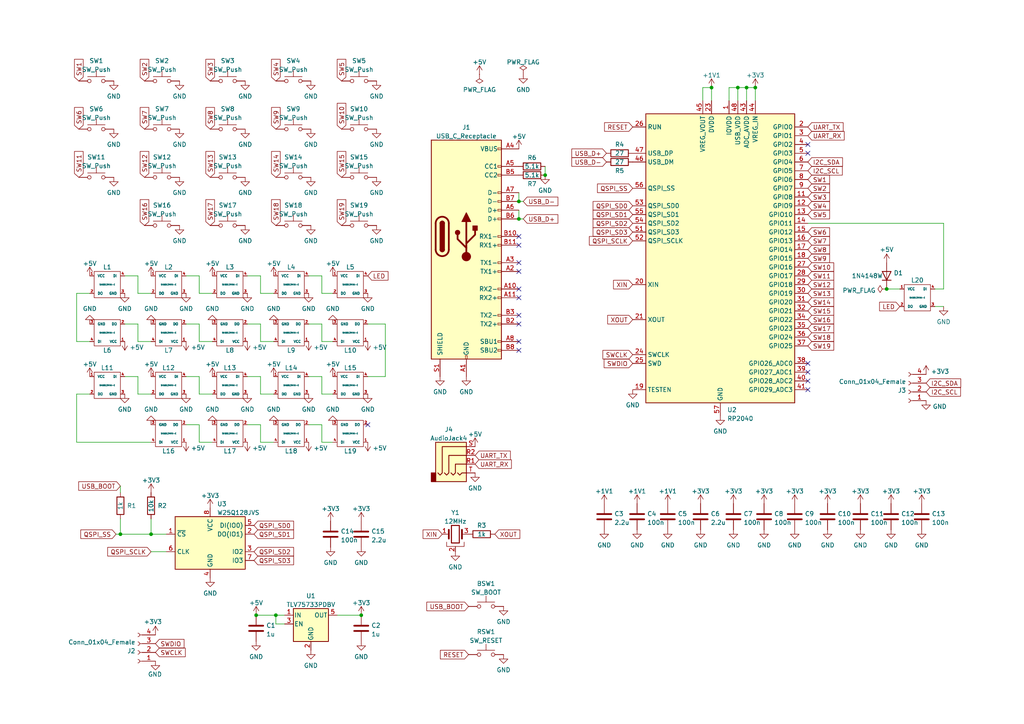
<source format=kicad_sch>
(kicad_sch (version 20211123) (generator eeschema)
  (paper "A4")
  (junction (at 206.375 25.4))
  (junction (at 158.115 50.8))
  (junction (at 150.495 63.5))
  (junction (at 216.535 25.4))
  (junction (at 34.925 154.94))
  (junction (at 43.815 154.94))
  (junction (at 150.495 58.42))
  (junction (at 257.175 83.82))
  (junction (at 219.075 25.4))
  (junction (at 74.295 178.435))
  (junction (at 104.775 178.435))
  (junction (at 213.995 25.4))
  (junction (at 80.01 178.435))
  (no_connect (at 150.495 78.74))
  (no_connect (at 234.315 41.91))
  (no_connect (at 234.315 44.45))
  (no_connect (at 150.495 99.06))
  (no_connect (at 234.315 107.95))
  (no_connect (at 150.495 76.2))
  (no_connect (at 150.495 71.12))
  (no_connect (at 150.495 101.6))
  (no_connect (at 234.315 110.49))
  (no_connect (at 106.68 123.19))
  (no_connect (at 150.495 93.98))
  (no_connect (at 234.315 105.41))
  (no_connect (at 150.495 86.36))
  (no_connect (at 150.495 91.44))
  (no_connect (at 234.315 113.03))
  (no_connect (at 150.495 83.82))
  (no_connect (at 150.495 68.58))
  (wire (pts (xy 111.76 109.22) (xy 106.68 109.22)))
  (wire (pts (xy 36.195 93.98) (xy 40.005 93.98)))
  (wire (pts (xy 75.565 85.09) (xy 79.375 85.09)))
  (wire (pts (xy 150.495 60.96) (xy 150.495 63.5)))
  (wire (pts (xy 80.01 178.435) (xy 82.55 178.435)))
  (wire (pts (xy 93.345 99.06) (xy 96.52 99.06)))
  (wire (pts (xy 53.975 80.01) (xy 57.785 80.01)))
  (wire (pts (xy 43.815 160.02) (xy 48.26 160.02)))
  (wire (pts (xy 75.565 123.19) (xy 75.565 128.27)))
  (wire (pts (xy 40.005 114.3) (xy 40.005 109.22)))
  (wire (pts (xy 26.035 114.3) (xy 22.225 114.3)))
  (wire (pts (xy 93.345 114.3) (xy 93.345 109.22)))
  (wire (pts (xy 106.68 93.98) (xy 111.76 93.98)))
  (wire (pts (xy 43.815 114.3) (xy 40.005 114.3)))
  (wire (pts (xy 22.225 99.06) (xy 26.035 99.06)))
  (wire (pts (xy 93.345 85.09) (xy 96.52 85.09)))
  (wire (pts (xy 36.195 80.01) (xy 40.005 80.01)))
  (wire (pts (xy 75.565 109.22) (xy 71.755 109.22)))
  (wire (pts (xy 40.005 80.01) (xy 40.005 85.09)))
  (wire (pts (xy 206.375 25.4) (xy 203.835 25.4)))
  (wire (pts (xy 273.685 88.9) (xy 271.145 88.9)))
  (wire (pts (xy 34.925 150.495) (xy 34.925 154.94)))
  (wire (pts (xy 75.565 80.01) (xy 75.565 85.09)))
  (wire (pts (xy 57.785 128.27) (xy 61.595 128.27)))
  (wire (pts (xy 57.785 109.22) (xy 53.975 109.22)))
  (wire (pts (xy 26.035 85.09) (xy 22.225 85.09)))
  (wire (pts (xy 40.005 93.98) (xy 40.005 99.06)))
  (wire (pts (xy 43.815 150.495) (xy 43.815 154.94)))
  (wire (pts (xy 61.595 114.3) (xy 57.785 114.3)))
  (wire (pts (xy 89.535 80.01) (xy 93.345 80.01)))
  (wire (pts (xy 89.535 123.19) (xy 93.345 123.19)))
  (wire (pts (xy 206.375 29.21) (xy 206.375 25.4)))
  (wire (pts (xy 74.295 178.435) (xy 80.01 178.435)))
  (wire (pts (xy 75.565 128.27) (xy 79.375 128.27)))
  (wire (pts (xy 213.995 25.4) (xy 216.535 25.4)))
  (wire (pts (xy 211.455 25.4) (xy 213.995 25.4)))
  (wire (pts (xy 219.075 25.4) (xy 216.535 25.4)))
  (wire (pts (xy 273.685 83.82) (xy 271.145 83.82)))
  (wire (pts (xy 57.785 123.19) (xy 57.785 128.27)))
  (wire (pts (xy 71.755 123.19) (xy 75.565 123.19)))
  (wire (pts (xy 89.535 93.98) (xy 93.345 93.98)))
  (wire (pts (xy 93.345 128.27) (xy 96.52 128.27)))
  (wire (pts (xy 82.55 180.975) (xy 80.01 180.975)))
  (wire (pts (xy 219.075 29.21) (xy 219.075 25.4)))
  (wire (pts (xy 22.225 85.09) (xy 22.225 99.06)))
  (wire (pts (xy 57.785 85.09) (xy 61.595 85.09)))
  (wire (pts (xy 75.565 99.06) (xy 79.375 99.06)))
  (wire (pts (xy 211.455 29.21) (xy 211.455 25.4)))
  (wire (pts (xy 216.535 25.4) (xy 216.535 29.21)))
  (wire (pts (xy 22.225 128.27) (xy 43.815 128.27)))
  (wire (pts (xy 33.655 154.94) (xy 34.925 154.94)))
  (wire (pts (xy 57.785 80.01) (xy 57.785 85.09)))
  (wire (pts (xy 273.685 83.82) (xy 273.685 64.77)))
  (wire (pts (xy 97.79 178.435) (xy 104.775 178.435)))
  (wire (pts (xy 150.495 58.42) (xy 151.765 58.42)))
  (wire (pts (xy 213.995 25.4) (xy 213.995 29.21)))
  (wire (pts (xy 158.115 48.26) (xy 158.115 50.8)))
  (wire (pts (xy 257.175 83.82) (xy 260.985 83.82)))
  (wire (pts (xy 43.815 154.94) (xy 48.26 154.94)))
  (wire (pts (xy 150.495 63.5) (xy 151.765 63.5)))
  (wire (pts (xy 34.925 140.97) (xy 34.925 142.875)))
  (wire (pts (xy 79.375 114.3) (xy 75.565 114.3)))
  (wire (pts (xy 203.835 25.4) (xy 203.835 29.21)))
  (wire (pts (xy 75.565 114.3) (xy 75.565 109.22)))
  (wire (pts (xy 93.345 80.01) (xy 93.345 85.09)))
  (wire (pts (xy 80.01 180.975) (xy 80.01 178.435)))
  (wire (pts (xy 75.565 93.98) (xy 75.565 99.06)))
  (wire (pts (xy 93.345 123.19) (xy 93.345 128.27)))
  (wire (pts (xy 34.925 154.94) (xy 43.815 154.94)))
  (wire (pts (xy 71.755 80.01) (xy 75.565 80.01)))
  (wire (pts (xy 53.975 123.19) (xy 57.785 123.19)))
  (wire (pts (xy 111.76 93.98) (xy 111.76 109.22)))
  (wire (pts (xy 96.52 114.3) (xy 93.345 114.3)))
  (wire (pts (xy 40.005 109.22) (xy 36.195 109.22)))
  (wire (pts (xy 40.005 99.06) (xy 43.815 99.06)))
  (wire (pts (xy 57.785 99.06) (xy 61.595 99.06)))
  (wire (pts (xy 93.345 93.98) (xy 93.345 99.06)))
  (wire (pts (xy 57.785 114.3) (xy 57.785 109.22)))
  (wire (pts (xy 53.975 93.98) (xy 57.785 93.98)))
  (wire (pts (xy 93.345 109.22) (xy 89.535 109.22)))
  (wire (pts (xy 22.225 114.3) (xy 22.225 128.27)))
  (wire (pts (xy 234.315 64.77) (xy 273.685 64.77)))
  (wire (pts (xy 150.495 55.88) (xy 150.495 58.42)))
  (wire (pts (xy 71.755 93.98) (xy 75.565 93.98)))
  (wire (pts (xy 40.005 85.09) (xy 43.815 85.09)))
  (wire (pts (xy 57.785 93.98) (xy 57.785 99.06)))
  (global_label "SW16" (shape input) (at 234.315 92.71 0) (property "シート間のリファレンス" "${INTERSHEET_REFS}" (effects hide)))
  (global_label "QSPI_SCLK" (shape input) (at 183.515 69.85 180) (property "シート間のリファレンス" "${INTERSHEET_REFS}" (effects hide)))
  (global_label "XIN" (shape input) (at 128.27 154.94 180) (property "シート間のリファレンス" "${INTERSHEET_REFS}" (effects hide)))
  (global_label "I2C_SCL" (shape input) (at 234.315 49.53 0) (property "シート間のリファレンス" "${INTERSHEET_REFS}" (effects hide)))
  (global_label "QSPI_SD2" (shape input) (at 73.66 160.02 0) (property "シート間のリファレンス" "${INTERSHEET_REFS}" (effects hide)))
  (global_label "SW13" (shape input) (at 234.315 85.09 0) (property "シート間のリファレンス" "${INTERSHEET_REFS}" (effects hide)))
  (global_label "SW1" (shape input) (at 22.86 23.495 90) (property "シート間のリファレンス" "${INTERSHEET_REFS}" (effects hide)))
  (global_label "SW13" (shape input) (at 60.96 51.435 90) (property "シート間のリファレンス" "${INTERSHEET_REFS}" (effects hide)))
  (global_label "SW6" (shape input) (at 234.315 67.31 0) (property "シート間のリファレンス" "${INTERSHEET_REFS}" (effects hide)))
  (global_label "SW1" (shape input) (at 234.315 52.07 0) (property "シート間のリファレンス" "${INTERSHEET_REFS}" (effects hide)))
  (global_label "UART_TX" (shape input) (at 234.315 36.83 0) (property "シート間のリファレンス" "${INTERSHEET_REFS}" (effects hide)))
  (global_label "SW19" (shape input) (at 234.315 100.33 0) (property "シート間のリファレンス" "${INTERSHEET_REFS}" (effects hide)))
  (global_label "QSPI_SD0" (shape input) (at 183.515 59.69 180) (property "シート間のリファレンス" "${INTERSHEET_REFS}" (effects hide)))
  (global_label "QSPI_SD2" (shape input) (at 183.515 64.77 180) (property "シート間のリファレンス" "${INTERSHEET_REFS}" (effects hide)))
  (global_label "SW7" (shape input) (at 234.315 69.85 0) (property "シート間のリファレンス" "${INTERSHEET_REFS}" (effects hide)))
  (global_label "LED" (shape input) (at 106.68 80.01 0) (property "シート間のリファレンス" "${INTERSHEET_REFS}" (effects hide)))
  (global_label "I2C_SCL" (shape input) (at 268.605 113.665 0) (property "シート間のリファレンス" "${INTERSHEET_REFS}" (effects hide)))
  (global_label "UART_RX" (shape input) (at 234.315 39.37 0) (property "シート間のリファレンス" "${INTERSHEET_REFS}" (effects hide)))
  (global_label "SWDIO" (shape input) (at 45.085 186.69 0) (property "シート間のリファレンス" "${INTERSHEET_REFS}" (effects hide)))
  (global_label "USB_D+" (shape input) (at 175.895 44.45 180) (property "シート間のリファレンス" "${INTERSHEET_REFS}" (effects hide)))
  (global_label "USB_D-" (shape input) (at 175.895 46.99 180) (property "シート間のリファレンス" "${INTERSHEET_REFS}" (effects hide)))
  (global_label "SW8" (shape input) (at 234.315 72.39 0) (property "シート間のリファレンス" "${INTERSHEET_REFS}" (effects hide)))
  (global_label "SW15" (shape input) (at 99.06 51.435 90) (property "シート間のリファレンス" "${INTERSHEET_REFS}" (effects hide)))
  (global_label "SW10" (shape input) (at 99.06 37.465 90) (property "シート間のリファレンス" "${INTERSHEET_REFS}" (effects hide)))
  (global_label "XOUT" (shape input) (at 183.515 92.71 180) (property "シート間のリファレンス" "${INTERSHEET_REFS}" (effects hide)))
  (global_label "SW11" (shape input) (at 22.86 51.435 90) (property "シート間のリファレンス" "${INTERSHEET_REFS}" (effects hide)))
  (global_label "UART_RX" (shape input) (at 137.795 134.62 0) (property "シート間のリファレンス" "${INTERSHEET_REFS}" (effects hide)))
  (global_label "XOUT" (shape input) (at 143.51 154.94 0) (property "シート間のリファレンス" "${INTERSHEET_REFS}" (effects hide)))
  (global_label "RESET" (shape input) (at 183.515 36.83 180) (property "シート間のリファレンス" "${INTERSHEET_REFS}" (effects hide)))
  (global_label "SW2" (shape input) (at 234.315 54.61 0) (property "シート間のリファレンス" "${INTERSHEET_REFS}" (effects hide)))
  (global_label "USB_BOOT" (shape input) (at 34.925 140.97 180) (property "シート間のリファレンス" "${INTERSHEET_REFS}" (effects hide)))
  (global_label "SW8" (shape input) (at 60.96 37.465 90) (property "シート間のリファレンス" "${INTERSHEET_REFS}" (effects hide)))
  (global_label "SW4" (shape input) (at 80.01 23.495 90) (property "シート間のリファレンス" "${INTERSHEET_REFS}" (effects hide)))
  (global_label "SW18" (shape input) (at 80.01 65.405 90) (property "シート間のリファレンス" "${INTERSHEET_REFS}" (effects hide)))
  (global_label "QSPI_SD3" (shape input) (at 183.515 67.31 180) (property "シート間のリファレンス" "${INTERSHEET_REFS}" (effects hide)))
  (global_label "SW14" (shape input) (at 80.01 51.435 90) (property "シート間のリファレンス" "${INTERSHEET_REFS}" (effects hide)))
  (global_label "SW2" (shape input) (at 41.91 23.495 90) (property "シート間のリファレンス" "${INTERSHEET_REFS}" (effects hide)))
  (global_label "LED" (shape input) (at 260.985 88.9 180) (property "シート間のリファレンス" "${INTERSHEET_REFS}" (effects hide)))
  (global_label "SW12" (shape input) (at 41.91 51.435 90) (property "シート間のリファレンス" "${INTERSHEET_REFS}" (effects hide)))
  (global_label "SW3" (shape input) (at 60.96 23.495 90) (property "シート間のリファレンス" "${INTERSHEET_REFS}" (effects hide)))
  (global_label "SW17" (shape input) (at 234.315 95.25 0) (property "シート間のリファレンス" "${INTERSHEET_REFS}" (effects hide)))
  (global_label "SW5" (shape input) (at 99.06 23.495 90) (property "シート間のリファレンス" "${INTERSHEET_REFS}" (effects hide)))
  (global_label "QSPI_SD1" (shape input) (at 183.515 62.23 180) (property "シート間のリファレンス" "${INTERSHEET_REFS}" (effects hide)))
  (global_label "USB_BOOT" (shape input) (at 135.89 175.895 180) (property "シート間のリファレンス" "${INTERSHEET_REFS}" (effects hide)))
  (global_label "SW9" (shape input) (at 234.315 74.93 0) (property "シート間のリファレンス" "${INTERSHEET_REFS}" (effects hide)))
  (global_label "XIN" (shape input) (at 183.515 82.55 180) (property "シート間のリファレンス" "${INTERSHEET_REFS}" (effects hide)))
  (global_label "SW17" (shape input) (at 60.96 65.405 90) (property "シート間のリファレンス" "${INTERSHEET_REFS}" (effects hide)))
  (global_label "SW7" (shape input) (at 41.91 37.465 90) (property "シート間のリファレンス" "${INTERSHEET_REFS}" (effects hide)))
  (global_label "SW12" (shape input) (at 234.315 82.55 0) (property "シート間のリファレンス" "${INTERSHEET_REFS}" (effects hide)))
  (global_label "QSPI_SD0" (shape input) (at 73.66 152.4 0) (property "シート間のリファレンス" "${INTERSHEET_REFS}" (effects hide)))
  (global_label "RESET" (shape input) (at 135.89 189.865 180) (property "シート間のリファレンス" "${INTERSHEET_REFS}" (effects hide)))
  (global_label "QSPI_SCLK" (shape input) (at 43.815 160.02 180) (property "シート間のリファレンス" "${INTERSHEET_REFS}" (effects hide)))
  (global_label "SW4" (shape input) (at 234.315 59.69 0) (property "シート間のリファレンス" "${INTERSHEET_REFS}" (effects hide)))
  (global_label "UART_TX" (shape input) (at 137.795 132.08 0) (property "シート間のリファレンス" "${INTERSHEET_REFS}" (effects hide)))
  (global_label "QSPI_SS" (shape input) (at 183.515 54.61 180) (property "シート間のリファレンス" "${INTERSHEET_REFS}" (effects hide)))
  (global_label "QSPI_SS" (shape input) (at 33.655 154.94 180) (property "シート間のリファレンス" "${INTERSHEET_REFS}" (effects hide)))
  (global_label "SW3" (shape input) (at 234.315 57.15 0) (property "シート間のリファレンス" "${INTERSHEET_REFS}" (effects hide)))
  (global_label "I2C_SDA" (shape input) (at 268.605 111.125 0) (property "シート間のリファレンス" "${INTERSHEET_REFS}" (effects hide)))
  (global_label "QSPI_SD1" (shape input) (at 73.66 154.94 0) (property "シート間のリファレンス" "${INTERSHEET_REFS}" (effects hide)))
  (global_label "SW5" (shape input) (at 234.315 62.23 0) (property "シート間のリファレンス" "${INTERSHEET_REFS}" (effects hide)))
  (global_label "SWDIO" (shape input) (at 183.515 105.41 180) (property "シート間のリファレンス" "${INTERSHEET_REFS}" (effects hide)))
  (global_label "SWCLK" (shape input) (at 45.085 189.23 0) (property "シート間のリファレンス" "${INTERSHEET_REFS}" (effects hide)))
  (global_label "SW10" (shape input) (at 234.315 77.47 0) (property "シート間のリファレンス" "${INTERSHEET_REFS}" (effects hide)))
  (global_label "I2C_SDA" (shape input) (at 234.315 46.99 0) (property "シート間のリファレンス" "${INTERSHEET_REFS}" (effects hide)))
  (global_label "USB_D+" (shape input) (at 151.765 63.5 0) (property "シート間のリファレンス" "${INTERSHEET_REFS}" (effects hide)))
  (global_label "SW16" (shape input) (at 41.91 65.405 90) (property "シート間のリファレンス" "${INTERSHEET_REFS}" (effects hide)))
  (global_label "SW11" (shape input) (at 234.315 80.01 0) (property "シート間のリファレンス" "${INTERSHEET_REFS}" (effects hide)))
  (global_label "SW18" (shape input) (at 234.315 97.79 0) (property "シート間のリファレンス" "${INTERSHEET_REFS}" (effects hide)))
  (global_label "SW14" (shape input) (at 234.315 87.63 0) (property "シート間のリファレンス" "${INTERSHEET_REFS}" (effects hide)))
  (global_label "SW6" (shape input) (at 22.86 37.465 90) (property "シート間のリファレンス" "${INTERSHEET_REFS}" (effects hide)))
  (global_label "USB_D-" (shape input) (at 151.765 58.42 0) (property "シート間のリファレンス" "${INTERSHEET_REFS}" (effects hide)))
  (global_label "SW9" (shape input) (at 80.01 37.465 90) (property "シート間のリファレンス" "${INTERSHEET_REFS}" (effects hide)))
  (global_label "QSPI_SD3" (shape input) (at 73.66 162.56 0) (property "シート間のリファレンス" "${INTERSHEET_REFS}" (effects hide)))
  (global_label "SWCLK" (shape input) (at 183.515 102.87 180) (property "シート間のリファレンス" "${INTERSHEET_REFS}" (effects hide)))
  (global_label "SW19" (shape input) (at 99.06 65.405 90) (property "シート間のリファレンス" "${INTERSHEET_REFS}" (effects hide)))
  (global_label "SW15" (shape input) (at 234.315 90.17 0) (property "シート間のリファレンス" "${INTERSHEET_REFS}" (effects hide)))
  (symbol (lib_id "power:GND") (at 71.755 85.09 0) (unit 1)
    (property "Reference" "#PWR0129" (effects hide))
    (property "Value" "GND" (at 71.755 89.5334 0))
  )
  (symbol (lib_id "Switch:SW_Push") (at 46.99 37.465 0) (unit 1)
    (property "Reference" "SW7" (at 46.99 31.6062 0))
    (property "Value" "SW_Push" (at 46.99 34.1431 0))
    (property "Footprint" "spica:MX_1.00u-reversible" (effects hide))
  )
  (symbol (lib_id "power:GND") (at 109.22 51.435 0) (unit 1)
    (property "Reference" "#PWR021" (effects hide))
    (property "Value" "GND" (at 109.22 55.8784 0))
  )
  (symbol (lib_id "Connector:Conn_01x04_Female") (at 40.005 189.23 180) (unit 1)
    (property "Reference" "J2" (at 39.2938 188.7947 0) (effects (justify left)))
    (property "Value" "Conn_01x04_Female" (at 39.2938 186.2578 0) (effects (justify left)))
    (property "Footprint" "spica:PinSocket_1x04_P2.54mm_Vertical" (effects hide))
  )
  (symbol (lib_id "power:GND") (at 203.2 153.67 0) (unit 1)
    (property "Reference" "#PWR059" (effects hide))
    (property "Value" "GND" (at 203.2 158.1134 0))
  )
  (symbol (lib_id "Device:C") (at 267.335 149.86 0) (unit 1)
    (property "Reference" "C13" (at 270.256 149.0253 0) (effects (justify left)))
    (property "Value" "100n" (at 270.256 151.5622 0) (effects (justify left)))
    (property "Footprint" "spica:C_0402_1005Metric" (effects hide))
    (property "LCSC" "C1525" (effects hide))
  )
  (symbol (lib_id "Device:C") (at 104.775 182.245 0) (unit 1)
    (property "Reference" "C2" (at 107.696 181.4103 0) (effects (justify left)))
    (property "Value" "1u" (at 107.696 183.9472 0) (effects (justify left)))
    (property "Footprint" "spica:C_0402_1005Metric" (effects hide))
    (property "LCSC" "C52923" (effects hide))
  )
  (symbol (lib_id "power:GND") (at 221.615 153.67 0) (unit 1)
    (property "Reference" "#PWR061" (effects hide))
    (property "Value" "GND" (at 221.615 158.1134 0))
  )
  (symbol (lib_id "power:GND") (at 106.68 85.09 0) (unit 1)
    (property "Reference" "#PWR0126" (effects hide))
    (property "Value" "GND" (at 106.68 89.5334 0))
  )
  (symbol (lib_id "power:GND") (at 109.22 37.465 0) (unit 1)
    (property "Reference" "#PWR016" (effects hide))
    (property "Value" "GND" (at 109.22 41.9084 0))
  )
  (symbol (lib_name "SK6812MINI-E_2") (lib_id "spica:SK6812MINI-E") (at 31.115 96.52 180) (unit 1)
    (property "Reference" "L6" (at 31.115 101.6 0) (effects (font (size 1.2954 1.2954))))
    (property "Value" "SK6812MINI-E" (at 31.115 96.52 0) (effects (font (size 0.4064 0.4064))))
    (property "Footprint" "spica:SK6812MINI-E_Rev" (effects hide))
  )
  (symbol (lib_id "Switch:SW_Push") (at 104.14 23.495 0) (unit 1)
    (property "Reference" "SW5" (at 104.14 17.6362 0))
    (property "Value" "SW_Push" (at 104.14 20.1731 0))
    (property "Footprint" "spica:MX_1.00u-reversible" (effects hide))
  )
  (symbol (lib_id "power:+3V3") (at 268.605 108.585 0) (unit 1)
    (property "Reference" "#PWR0115" (effects hide))
    (property "Value" "+3V3" (at 270.002 107.7488 0) (effects (justify left)))
  )
  (symbol (lib_id "power:GND") (at 33.02 23.495 0) (unit 1)
    (property "Reference" "#PWR01" (effects hide))
    (property "Value" "GND" (at 33.02 27.9384 0))
  )
  (symbol (lib_name "SK6812MINI-E_5") (lib_id "spica:SK6812MINI-E") (at 48.895 96.52 180) (unit 1)
    (property "Reference" "L7" (at 48.895 101.6 0) (effects (font (size 1.2954 1.2954))))
    (property "Value" "SK6812MINI-E" (at 48.895 96.52 0) (effects (font (size 0.4064 0.4064))))
    (property "Footprint" "spica:SK6812MINI-E_Rev" (effects hide))
  )
  (symbol (lib_id "Switch:SW_Push") (at 85.09 51.435 0) (unit 1)
    (property "Reference" "SW14" (at 85.09 45.5762 0))
    (property "Value" "SW_Push" (at 85.09 48.1131 0))
    (property "Footprint" "spica:MX_1.00u-reversible" (effects hide))
  )
  (symbol (lib_id "power:+5V") (at 106.68 99.06 180) (unit 1)
    (property "Reference" "#PWR037" (effects hide))
    (property "Value" "+5V" (at 108.077 100.7638 0) (effects (justify right)))
  )
  (symbol (lib_id "power:GND") (at 90.17 51.435 0) (unit 1)
    (property "Reference" "#PWR020" (effects hide))
    (property "Value" "GND" (at 90.17 55.8784 0))
  )
  (symbol (lib_id "Switch:SW_Push") (at 46.99 65.405 0) (unit 1)
    (property "Reference" "SW16" (at 46.99 59.5462 0))
    (property "Value" "SW_Push" (at 46.99 62.0831 0))
    (property "Footprint" "spica:MX_1.00u-reversible" (effects hide))
  )
  (symbol (lib_id "power:GND") (at 33.02 37.465 0) (unit 1)
    (property "Reference" "#PWR012" (effects hide))
    (property "Value" "GND" (at 33.02 41.9084 0))
  )
  (symbol (lib_id "Device:C") (at 203.2 149.86 0) (unit 1)
    (property "Reference" "C6" (at 206.121 149.0253 0) (effects (justify left)))
    (property "Value" "2.2u" (at 206.121 151.5622 0) (effects (justify left)))
    (property "Footprint" "spica:C_0402_1005Metric" (effects hide))
    (property "LCSC" "C307418" (effects hide))
  )
  (symbol (lib_id "Connector:Conn_01x04_Female") (at 263.525 113.665 180) (unit 1)
    (property "Reference" "J3" (at 262.8138 113.2297 0) (effects (justify left)))
    (property "Value" "Conn_01x04_Female" (at 262.8138 110.6928 0) (effects (justify left)))
    (property "Footprint" "spica:PinSocket_1x04_P2.54mm_Vertical" (effects hide))
  )
  (symbol (lib_id "power:GND") (at 95.885 158.75 0) (unit 1)
    (property "Reference" "#PWR075" (effects hide))
    (property "Value" "GND" (at 95.885 163.1934 0))
  )
  (symbol (lib_id "Switch:SW_Push") (at 140.97 175.895 0) (unit 1)
    (property "Reference" "BSW1" (at 140.97 169.2742 0))
    (property "Value" "SW_BOOT" (at 140.97 171.8111 0))
    (property "Footprint" "spica:SW_Push_1P1T_NO_Vertical_Wuerth_434133025816" (effects hide))
  )
  (symbol (lib_id "power:+3V3") (at 249.555 146.05 0) (unit 1)
    (property "Reference" "#PWR064" (effects hide))
    (property "Value" "+3V3" (at 249.555 142.4742 0))
  )
  (symbol (lib_id "power:+1V1") (at 193.675 146.05 0) (unit 1)
    (property "Reference" "#PWR049" (effects hide))
    (property "Value" "+1V1" (at 193.675 142.4742 0))
  )
  (symbol (lib_id "power:+5V") (at 139.065 21.59 0) (unit 1)
    (property "Reference" "#PWR0102" (effects hide))
    (property "Value" "+5V" (at 139.065 18.0142 0))
  )
  (symbol (lib_id "Device:C") (at 240.03 149.86 0) (mirror y) (unit 1)
    (property "Reference" "C10" (at 242.951 149.0253 0) (effects (justify right)))
    (property "Value" "100n" (at 242.951 151.5622 0) (effects (justify right)))
    (property "Footprint" "spica:C_0402_1005Metric" (effects hide))
    (property "LCSC" "C1525" (effects hide))
  )
  (symbol (lib_id "power:+3V3") (at 203.2 146.05 0) (unit 1)
    (property "Reference" "#PWR055" (effects hide))
    (property "Value" "+3V3" (at 203.2 142.4742 0))
  )
  (symbol (lib_id "Switch:SW_Push") (at 66.04 65.405 0) (unit 1)
    (property "Reference" "SW17" (at 66.04 59.5462 0))
    (property "Value" "SW_Push" (at 66.04 62.0831 0))
    (property "Footprint" "spica:MX_1.00u-reversible" (effects hide))
  )
  (symbol (lib_id "Regulator_Linear:TLV75733PDBV") (at 90.17 180.975 0) (unit 1)
    (property "Reference" "U1" (at 90.17 172.8302 0))
    (property "Value" "TLV75733PDBV" (at 90.17 175.3671 0))
    (property "Footprint" "spica:SOT-23-5" (effects hide))
    (property "Datasheet" "https://www.ti.com/lit/ds/symlink/tlv757p.pdf" (effects hide))
    (property "LCSC" "C485517" (effects hide))
  )
  (symbol (lib_id "power:+3V3") (at 221.615 146.05 0) (unit 1)
    (property "Reference" "#PWR057" (effects hide))
    (property "Value" "+3V3" (at 221.615 142.4742 0))
  )
  (symbol (lib_name "SK6812MINI-E_4") (lib_id "spica:SK6812MINI-E") (at 48.895 111.76 0) (unit 1)
    (property "Reference" "L12" (at 48.895 106.68 0) (effects (font (size 1.2954 1.2954))))
    (property "Value" "SK6812MINI-E" (at 48.895 111.76 0) (effects (font (size 0.4064 0.4064))))
    (property "Footprint" "spica:SK6812MINI-E_Rev" (effects hide))
  )
  (symbol (lib_name "SK6812MINI-E_9") (lib_id "spica:SK6812MINI-E") (at 84.455 82.55 0) (unit 1)
    (property "Reference" "L4" (at 84.455 77.47 0) (effects (font (size 1.2954 1.2954))))
    (property "Value" "SK6812MINI-E" (at 84.455 82.55 0) (effects (font (size 0.4064 0.4064))))
    (property "Footprint" "spica:SK6812MINI-E_Rev" (effects hide))
  )
  (symbol (lib_id "power:GND") (at 109.22 23.495 0) (unit 1)
    (property "Reference" "#PWR05" (effects hide))
    (property "Value" "GND" (at 109.22 27.9384 0))
  )
  (symbol (lib_id "power:GND") (at 45.085 191.77 0) (unit 1)
    (property "Reference" "#PWR0110" (effects hide))
    (property "Value" "GND" (at 46.99 195.58 0) (effects (justify right)))
  )
  (symbol (lib_id "Device:C") (at 175.26 149.86 0) (unit 1)
    (property "Reference" "C3" (at 178.181 149.0253 0) (effects (justify left)))
    (property "Value" "2.2u" (at 178.181 151.5622 0) (effects (justify left)))
    (property "Footprint" "spica:C_0402_1005Metric" (effects hide))
    (property "LCSC" "C307418" (effects hide))
  )
  (symbol (lib_id "Device:R") (at 34.925 146.685 0) (unit 1)
    (property "Reference" "R1" (at 36.83 146.685 0) (effects (justify left)))
    (property "Value" "1k" (at 34.925 147.955 90) (effects (justify left)))
    (property "Footprint" "spica:R_0402_1005Metric" (effects hide))
    (property "LCSC" "C11702" (effects hide))
  )
  (symbol (lib_id "power:GND") (at 127.635 109.22 0) (unit 1)
    (property "Reference" "#PWR031" (effects hide))
    (property "Value" "GND" (at 127.635 113.6634 0))
  )
  (symbol (lib_id "power:GND") (at 43.815 93.98 180) (unit 1)
    (property "Reference" "#PWR0104" (effects hide))
    (property "Value" "GND" (at 43.815 89.5366 0))
  )
  (symbol (lib_id "power:+5V") (at 96.52 80.01 0) (unit 1)
    (property "Reference" "#PWR030" (effects hide))
    (property "Value" "+5V" (at 96.52 76.4342 0))
  )
  (symbol (lib_id "power:+5V") (at 79.375 109.22 0) (unit 1)
    (property "Reference" "#PWR041" (effects hide))
    (property "Value" "+5V" (at 79.375 105.6442 0))
  )
  (symbol (lib_id "power:+5V") (at 43.815 80.01 0) (unit 1)
    (property "Reference" "#PWR027" (effects hide))
    (property "Value" "+5V" (at 43.815 76.4342 0))
  )
  (symbol (lib_id "power:GND") (at 43.815 123.19 180) (unit 1)
    (property "Reference" "#PWR0118" (effects hide))
    (property "Value" "GND" (at 43.815 118.7466 0))
  )
  (symbol (lib_id "Device:C") (at 95.885 154.94 0) (unit 1)
    (property "Reference" "C14" (at 98.806 154.1053 0) (effects (justify left)))
    (property "Value" "100n" (at 98.806 156.6422 0) (effects (justify left)))
    (property "Footprint" "spica:C_0402_1005Metric" (effects hide))
  )
  (symbol (lib_id "power:GND") (at 53.975 114.3 0) (unit 1)
    (property "Reference" "#PWR0106" (effects hide))
    (property "Value" "GND" (at 53.975 118.7434 0))
  )
  (symbol (lib_id "power:GND") (at 249.555 153.67 0) (unit 1)
    (property "Reference" "#PWR068" (effects hide))
    (property "Value" "GND" (at 249.555 158.1134 0))
  )
  (symbol (lib_id "power:+5V") (at 137.795 129.54 0) (unit 1)
    (property "Reference" "#PWR0107" (effects hide))
    (property "Value" "+5V" (at 137.795 125.9642 0))
  )
  (symbol (lib_id "power:+3V3") (at 104.775 178.435 0) (unit 1)
    (property "Reference" "#PWR07" (effects hide))
    (property "Value" "+3V3" (at 104.775 174.8592 0))
  )
  (symbol (lib_id "power:GND") (at 267.335 153.67 0) (unit 1)
    (property "Reference" "#PWR070" (effects hide))
    (property "Value" "GND" (at 267.335 158.1134 0))
  )
  (symbol (lib_id "Device:D") (at 257.175 80.01 90) (unit 1)
    (property "Reference" "D1" (at 259.207 79.1753 90) (effects (justify right)))
    (property "Value" "1N4148W" (at 247.015 80.01 90) (effects (justify right)))
    (property "Footprint" "spica:D_SOD-123" (effects hide))
    (property "LCSC" "C109203" (effects hide))
  )
  (symbol (lib_id "power:+5V") (at 36.195 99.06 180) (unit 1)
    (property "Reference" "#PWR033" (effects hide))
    (property "Value" "+5V" (at 37.592 100.7638 0) (effects (justify right)))
  )
  (symbol (lib_id "power:GND") (at 273.685 88.9 0) (unit 1)
    (property "Reference" "#PWR084" (effects hide))
    (property "Value" "GND" (at 273.685 93.3434 0))
  )
  (symbol (lib_id "Switch:SW_Push") (at 104.14 37.465 0) (unit 1)
    (property "Reference" "SW10" (at 104.14 31.6062 0))
    (property "Value" "SW_Push" (at 104.14 34.1431 0))
    (property "Footprint" "spica:MX_1.00u-reversible" (effects hide))
  )
  (symbol (lib_id "power:+5V") (at 150.495 43.18 0) (unit 1)
    (property "Reference" "#PWR0101" (effects hide))
    (property "Value" "+5V" (at 150.495 39.6042 0))
  )
  (symbol (lib_id "power:GND") (at 135.255 109.22 0) (unit 1)
    (property "Reference" "#PWR032" (effects hide))
    (property "Value" "GND" (at 135.255 113.6634 0))
  )
  (symbol (lib_id "power:GND") (at 240.03 153.67 0) (unit 1)
    (property "Reference" "#PWR067" (effects hide))
    (property "Value" "GND" (at 240.03 158.1134 0))
  )
  (symbol (lib_id "Device:C") (at 249.555 149.86 0) (unit 1)
    (property "Reference" "C11" (at 252.476 149.0253 0) (effects (justify left)))
    (property "Value" "100n" (at 252.476 151.5622 0) (effects (justify left)))
    (property "Footprint" "spica:C_0402_1005Metric" (effects hide))
    (property "LCSC" "C1525" (effects hide))
  )
  (symbol (lib_id "power:+3V3") (at 258.445 146.05 0) (unit 1)
    (property "Reference" "#PWR065" (effects hide))
    (property "Value" "+3V3" (at 258.445 142.4742 0))
  )
  (symbol (lib_id "power:GND") (at 52.07 65.405 0) (unit 1)
    (property "Reference" "#PWR022" (effects hide))
    (property "Value" "GND" (at 52.07 69.8484 0))
  )
  (symbol (lib_id "power:+5V") (at 26.035 80.01 0) (unit 1)
    (property "Reference" "#PWR026" (effects hide))
    (property "Value" "+5V" (at 26.035 76.4342 0))
  )
  (symbol (lib_id "power:+1V1") (at 184.785 146.05 0) (unit 1)
    (property "Reference" "#PWR048" (effects hide))
    (property "Value" "+1V1" (at 184.785 142.4742 0))
  )
  (symbol (lib_id "power:+3V3") (at 43.815 142.875 0) (unit 1)
    (property "Reference" "#PWR071" (effects hide))
    (property "Value" "+3V3" (at 43.815 139.2992 0))
  )
  (symbol (lib_name "SK6812MINI-E_16") (lib_id "spica:SK6812MINI-E") (at 66.675 111.76 0) (unit 1)
    (property "Reference" "L13" (at 66.675 106.68 0) (effects (font (size 1.2954 1.2954))))
    (property "Value" "SK6812MINI-E" (at 66.675 111.76 0) (effects (font (size 0.4064 0.4064))))
    (property "Footprint" "spica:SK6812MINI-E_Rev" (effects hide))
  )
  (symbol (lib_name "SK6812MINI-E_17") (lib_id "spica:SK6812MINI-E") (at 66.675 96.52 180) (unit 1)
    (property "Reference" "L8" (at 66.675 101.6 0) (effects (font (size 1.2954 1.2954))))
    (property "Value" "SK6812MINI-E" (at 66.675 96.52 0) (effects (font (size 0.4064 0.4064))))
    (property "Footprint" "spica:SK6812MINI-E_Rev" (effects hide))
  )
  (symbol (lib_id "power:GND") (at 71.12 65.405 0) (unit 1)
    (property "Reference" "#PWR023" (effects hide))
    (property "Value" "GND" (at 71.12 69.8484 0))
  )
  (symbol (lib_id "power:GND") (at 90.17 23.495 0) (unit 1)
    (property "Reference" "#PWR04" (effects hide))
    (property "Value" "GND" (at 90.17 27.9384 0))
  )
  (symbol (lib_id "power:GND") (at 52.07 23.495 0) (unit 1)
    (property "Reference" "#PWR02" (effects hide))
    (property "Value" "GND" (at 52.07 27.9384 0))
  )
  (symbol (lib_id "power:GND") (at 71.12 37.465 0) (unit 1)
    (property "Reference" "#PWR014" (effects hide))
    (property "Value" "GND" (at 71.12 41.9084 0))
  )
  (symbol (lib_id "Device:Crystal_GND2") (at 132.08 154.94 0) (unit 1)
    (property "Reference" "Y1" (at 132.08 148.6748 0))
    (property "Value" "12MHz" (at 132.08 151.2117 0))
    (property "Footprint" "spica:Resonator_SMD_Murata_CSTxExxV-3Pin_3.0x1.1mm" (effects hide))
    (property "LCSC" "C341520" (effects hide))
  )
  (symbol (lib_id "power:GND") (at 183.515 113.03 0) (unit 1)
    (property "Reference" "#PWR085" (effects hide))
    (property "Value" "GND" (at 183.515 117.4734 0))
  )
  (symbol (lib_id "power:GND") (at 268.605 116.205 0) (unit 1)
    (property "Reference" "#PWR0113" (effects hide))
    (property "Value" "GND" (at 270.51 117.9088 0) (effects (justify left)))
  )
  (symbol (lib_id "power:+3V3") (at 230.505 146.05 0) (unit 1)
    (property "Reference" "#PWR058" (effects hide))
    (property "Value" "+3V3" (at 230.505 142.4742 0))
  )
  (symbol (lib_id "Device:C") (at 212.725 149.86 0) (unit 1)
    (property "Reference" "C7" (at 215.646 149.0253 0) (effects (justify left)))
    (property "Value" "100n" (at 215.646 151.5622 0) (effects (justify left)))
    (property "Footprint" "spica:C_0402_1005Metric" (effects hide))
    (property "LCSC" "C1525" (effects hide))
  )
  (symbol (lib_id "power:+5V") (at 61.595 109.22 0) (unit 1)
    (property "Reference" "#PWR040" (effects hide))
    (property "Value" "+5V" (at 61.595 105.6442 0))
  )
  (symbol (lib_id "Connector:USB_C_Receptacle") (at 135.255 68.58 0) (unit 1)
    (property "Reference" "J1" (at 135.255 36.9402 0))
    (property "Value" "USB_C_Receptacle" (at 135.255 39.4771 0))
    (property "Footprint" "spica:USB_C_Receptacle_HRO_TYPE-C-31-M-12" (effects hide))
    (property "Datasheet" "https://www.usb.org/sites/default/files/documents/usb_type-c.zip" (effects hide))
    (property "LCSC" "C165948" (effects hide))
  )
  (symbol (lib_id "power:+3V3") (at 45.085 184.15 0) (unit 1)
    (property "Reference" "#PWR0112" (effects hide))
    (property "Value" "+3V3" (at 46.99 180.34 0) (effects (justify right)))
  )
  (symbol (lib_id "power:GND") (at 212.725 153.67 0) (unit 1)
    (property "Reference" "#PWR060" (effects hide))
    (property "Value" "GND" (at 212.725 158.1134 0))
  )
  (symbol (lib_id "power:PWR_FLAG") (at 139.065 21.59 180) (unit 1)
    (property "Reference" "#FLG0102" (effects hide))
    (property "Value" "PWR_FLAG" (at 139.065 26.0334 0))
  )
  (symbol (lib_id "power:GND") (at 89.535 114.3 0) (unit 1)
    (property "Reference" "#PWR0136" (effects hide))
    (property "Value" "GND" (at 89.535 118.7434 0))
  )
  (symbol (lib_id "power:GND") (at 74.295 186.055 0) (unit 1)
    (property "Reference" "#PWR09" (effects hide))
    (property "Value" "GND" (at 74.295 190.4984 0))
  )
  (symbol (lib_id "power:+5V") (at 61.595 80.01 0) (unit 1)
    (property "Reference" "#PWR028" (effects hide))
    (property "Value" "+5V" (at 61.595 76.4342 0))
  )
  (symbol (lib_id "Connector:AudioJack4") (at 132.715 132.08 0) (unit 1)
    (property "Reference" "J4" (at 130.175 124.5702 0))
    (property "Value" "AudioJack4" (at 130.175 127.1071 0))
    (property "Footprint" "spica:MJ-4PP-9_cross" (effects hide))
  )
  (symbol (lib_id "power:+5V") (at 79.375 80.01 0) (unit 1)
    (property "Reference" "#PWR029" (effects hide))
    (property "Value" "+5V" (at 79.375 76.4342 0))
  )
  (symbol (lib_id "Switch:SW_Push") (at 140.97 189.865 0) (unit 1)
    (property "Reference" "RSW1" (at 140.97 183.2442 0))
    (property "Value" "SW_RESET" (at 140.97 185.7811 0))
    (property "Footprint" "spica:SW_Push_1P1T_NO_Vertical_Wuerth_434133025816" (effects hide))
  )
  (symbol (lib_name "SK6812MINI-E_8") (lib_id "spica:SK6812MINI-E") (at 48.895 82.55 0) (unit 1)
    (property "Reference" "L2" (at 48.895 77.47 0) (effects (font (size 1.2954 1.2954))))
    (property "Value" "SK6812MINI-E" (at 48.895 82.55 0) (effects (font (size 0.4064 0.4064))))
    (property "Footprint" "spica:SK6812MINI-E_Rev" (effects hide))
  )
  (symbol (lib_id "Device:C") (at 258.445 149.86 0) (unit 1)
    (property "Reference" "C12" (at 261.366 149.0253 0) (effects (justify left)))
    (property "Value" "100n" (at 261.366 151.5622 0) (effects (justify left)))
    (property "Footprint" "spica:C_0402_1005Metric" (effects hide))
    (property "LCSC" "C1525" (effects hide))
  )
  (symbol (lib_id "power:+3V3") (at 267.335 146.05 0) (unit 1)
    (property "Reference" "#PWR066" (effects hide))
    (property "Value" "+3V3" (at 267.335 142.4742 0))
  )
  (symbol (lib_id "Switch:SW_Push") (at 85.09 23.495 0) (unit 1)
    (property "Reference" "SW4" (at 85.09 17.6362 0))
    (property "Value" "SW_Push" (at 85.09 20.1731 0))
    (property "Footprint" "spica:MX_1.00u-reversible" (effects hide))
  )
  (symbol (lib_id "power:GND") (at 90.17 37.465 0) (unit 1)
    (property "Reference" "#PWR015" (effects hide))
    (property "Value" "GND" (at 90.17 41.9084 0))
  )
  (symbol (lib_id "power:+1V1") (at 175.26 146.05 0) (unit 1)
    (property "Reference" "#PWR047" (effects hide))
    (property "Value" "+1V1" (at 175.26 142.4742 0))
  )
  (symbol (lib_id "Switch:SW_Push") (at 66.04 23.495 0) (unit 1)
    (property "Reference" "SW3" (at 66.04 17.6362 0))
    (property "Value" "SW_Push" (at 66.04 20.1731 0))
    (property "Footprint" "spica:MX_1.00u-reversible" (effects hide))
  )
  (symbol (lib_id "Device:R") (at 154.305 48.26 90) (unit 1)
    (property "Reference" "R6" (at 154.305 45.72 90))
    (property "Value" "5.1k" (at 154.305 48.26 90))
    (property "Footprint" "spica:R_0402_1005Metric" (effects hide))
    (property "LCSC" "C25905" (effects hide))
  )
  (symbol (lib_id "Switch:SW_Push") (at 27.94 23.495 0) (unit 1)
    (property "Reference" "SW1" (at 27.94 17.6362 0))
    (property "Value" "SW_Push" (at 27.94 20.1731 0))
    (property "Footprint" "spica:MX_1.00u-reversible" (effects hide))
  )
  (symbol (lib_id "power:GND") (at 109.22 65.405 0) (unit 1)
    (property "Reference" "#PWR025" (effects hide))
    (property "Value" "GND" (at 109.22 69.8484 0))
  )
  (symbol (lib_id "power:GND") (at 96.52 93.98 180) (unit 1)
    (property "Reference" "#PWR0135" (effects hide))
    (property "Value" "GND" (at 96.52 89.5366 0))
  )
  (symbol (lib_id "power:GND") (at 53.975 85.09 0) (unit 1)
    (property "Reference" "#PWR0132" (effects hide))
    (property "Value" "GND" (at 53.975 89.5334 0))
  )
  (symbol (lib_id "power:PWR_FLAG") (at 151.765 21.59 0) (unit 1)
    (property "Reference" "#FLG0105" (effects hide))
    (property "Value" "PWR_FLAG" (at 151.765 18.0142 0))
  )
  (symbol (lib_id "power:+5V") (at 74.295 178.435 0) (unit 1)
    (property "Reference" "#PWR086" (effects hide))
    (property "Value" "+5V" (at 74.295 174.8592 0))
  )
  (symbol (lib_name "SK6812MINI-E_13") (lib_id "spica:SK6812MINI-E") (at 101.6 111.76 0) (unit 1)
    (property "Reference" "L15" (at 101.6 106.68 0) (effects (font (size 1.2954 1.2954))))
    (property "Value" "SK6812MINI-E" (at 101.6 111.76 0) (effects (font (size 0.4064 0.4064))))
    (property "Footprint" "spica:SK6812MINI-E_Rev" (effects hide))
  )
  (symbol (lib_id "power:GND") (at 79.375 123.19 180) (unit 1)
    (property "Reference" "#PWR0114" (effects hide))
    (property "Value" "GND" (at 79.375 118.7466 0))
  )
  (symbol (lib_id "Device:C") (at 74.295 182.245 0) (unit 1)
    (property "Reference" "C1" (at 77.216 181.4103 0) (effects (justify left)))
    (property "Value" "1u" (at 77.216 183.9472 0) (effects (justify left)))
    (property "Footprint" "spica:C_0402_1005Metric" (effects hide))
    (property "LCSC" "C52923" (effects hide))
  )
  (symbol (lib_id "Memory_Flash:W25Q128JVS") (at 60.96 157.48 0) (unit 1)
    (property "Reference" "U3" (at 62.9794 146.1602 0) (effects (justify left)))
    (property "Value" "W25Q128JVS" (at 62.9794 148.6971 0) (effects (justify left)))
    (property "Footprint" "spica:WSON-8-1EP_6x5mm_P1.27mm_EP3.4x4.3mm" (effects hide))
    (property "Datasheet" "http://www.winbond.com/resource-files/w25q128jv_dtr%20revc%2003272018%20plus.pdf" (effects hide))
    (property "LCSC" "C190862" (effects hide))
  )
  (symbol (lib_id "Switch:SW_Push") (at 27.94 37.465 0) (unit 1)
    (property "Reference" "SW6" (at 27.94 31.6062 0))
    (property "Value" "SW_Push" (at 27.94 34.1431 0))
    (property "Footprint" "spica:MX_1.25u-reversible" (effects hide))
  )
  (symbol (lib_id "power:+1V1") (at 206.375 25.4 0) (unit 1)
    (property "Reference" "#PWR053" (effects hide))
    (property "Value" "+1V1" (at 206.375 21.8242 0))
  )
  (symbol (lib_id "Device:C") (at 184.785 149.86 0) (unit 1)
    (property "Reference" "C4" (at 187.706 149.0253 0) (effects (justify left)))
    (property "Value" "100n" (at 187.706 151.5622 0) (effects (justify left)))
    (property "Footprint" "spica:C_0402_1005Metric" (effects hide))
    (property "LCSC" "C1525" (effects hide))
  )
  (symbol (lib_id "power:GND") (at 137.795 137.16 0) (unit 1)
    (property "Reference" "#PWR0109" (effects hide))
    (property "Value" "GND" (at 137.795 141.6034 0))
  )
  (symbol (lib_name "SK6812MINI-E_18") (lib_id "spica:SK6812MINI-E") (at 101.6 96.52 180) (unit 1)
    (property "Reference" "L10" (at 101.6 101.6 0) (effects (font (size 1.2954 1.2954))))
    (property "Value" "SK6812MINI-E" (at 101.6 96.52 0) (effects (font (size 0.4064 0.4064))))
    (property "Footprint" "spica:SK6812MINI-E_Rev" (effects hide))
  )
  (symbol (lib_id "power:GND") (at 175.26 153.67 0) (unit 1)
    (property "Reference" "#PWR050" (effects hide))
    (property "Value" "GND" (at 175.26 158.1134 0))
  )
  (symbol (lib_id "power:+3V3") (at 240.03 146.05 0) (unit 1)
    (property "Reference" "#PWR063" (effects hide))
    (property "Value" "+3V3" (at 240.03 142.4742 0))
  )
  (symbol (lib_id "Device:C") (at 230.505 149.86 0) (unit 1)
    (property "Reference" "C9" (at 233.426 149.0253 0) (effects (justify left)))
    (property "Value" "100n" (at 233.426 151.5622 0) (effects (justify left)))
    (property "Footprint" "spica:C_0402_1005Metric" (effects hide))
    (property "LCSC" "C1525" (effects hide))
  )
  (symbol (lib_id "power:GND") (at 146.05 175.895 0) (unit 1)
    (property "Reference" "#PWR080" (effects hide))
    (property "Value" "GND" (at 146.05 180.3384 0))
  )
  (symbol (lib_id "power:+5V") (at 43.815 109.22 0) (unit 1)
    (property "Reference" "#PWR039" (effects hide))
    (property "Value" "+5V" (at 43.815 105.6442 0))
  )
  (symbol (lib_id "power:GND") (at 90.17 188.595 0) (unit 1)
    (property "Reference" "#PWR010" (effects hide))
    (property "Value" "GND" (at 90.17 193.0384 0))
  )
  (symbol (lib_id "Switch:SW_Push") (at 104.14 51.435 0) (unit 1)
    (property "Reference" "SW15" (at 104.14 45.5762 0))
    (property "Value" "SW_Push" (at 104.14 48.1131 0))
    (property "Footprint" "spica:MX_1.00u-reversible" (effects hide))
  )
  (symbol (lib_id "power:GND") (at 36.195 114.3 0) (unit 1)
    (property "Reference" "#PWR0117" (effects hide))
    (property "Value" "GND" (at 36.195 118.7434 0))
  )
  (symbol (lib_id "power:GND") (at 61.595 93.98 180) (unit 1)
    (property "Reference" "#PWR0108" (effects hide))
    (property "Value" "GND" (at 61.595 89.5366 0))
  )
  (symbol (lib_name "SK6812MINI-E_3") (lib_id "spica:SK6812MINI-E") (at 31.115 111.76 0) (unit 1)
    (property "Reference" "L11" (at 31.115 106.68 0) (effects (font (size 1.2954 1.2954))))
    (property "Value" "SK6812MINI-E" (at 31.115 111.76 0) (effects (font (size 0.4064 0.4064))))
    (property "Footprint" "spica:SK6812MINI-E_Rev" (effects hide))
  )
  (symbol (lib_id "Switch:SW_Push") (at 66.04 51.435 0) (unit 1)
    (property "Reference" "SW13" (at 66.04 45.5762 0))
    (property "Value" "SW_Push" (at 66.04 48.1131 0))
    (property "Footprint" "spica:MX_1.00u-reversible" (effects hide))
  )
  (symbol (lib_id "power:+5V") (at 53.975 128.27 180) (unit 1)
    (property "Reference" "#PWR043" (effects hide))
    (property "Value" "+5V" (at 55.372 129.9738 0) (effects (justify right)))
  )
  (symbol (lib_id "power:GND") (at 36.195 85.09 0) (unit 1)
    (property "Reference" "#PWR0123" (effects hide))
    (property "Value" "GND" (at 36.195 89.5334 0))
  )
  (symbol (lib_id "Switch:SW_Push") (at 85.09 65.405 0) (unit 1)
    (property "Reference" "SW18" (at 85.09 59.5462 0))
    (property "Value" "SW_Push" (at 85.09 62.0831 0))
    (property "Footprint" "spica:MX_1.00u-reversible" (effects hide))
  )
  (symbol (lib_id "power:+5V") (at 71.755 128.27 180) (unit 1)
    (property "Reference" "#PWR044" (effects hide))
    (property "Value" "+5V" (at 73.152 129.9738 0) (effects (justify right)))
  )
  (symbol (lib_id "power:GND") (at 90.17 65.405 0) (unit 1)
    (property "Reference" "#PWR024" (effects hide))
    (property "Value" "GND" (at 90.17 69.8484 0))
  )
  (symbol (lib_id "power:GND") (at 230.505 153.67 0) (unit 1)
    (property "Reference" "#PWR062" (effects hide))
    (property "Value" "GND" (at 230.505 158.1134 0))
  )
  (symbol (lib_id "power:GND") (at 52.07 37.465 0) (unit 1)
    (property "Reference" "#PWR013" (effects hide))
    (property "Value" "GND" (at 52.07 41.9084 0))
  )
  (symbol (lib_id "power:GND") (at 104.775 186.055 0) (unit 1)
    (property "Reference" "#PWR011" (effects hide))
    (property "Value" "GND" (at 104.775 190.4984 0))
  )
  (symbol (lib_id "Device:R") (at 179.705 44.45 90) (unit 1)
    (property "Reference" "R4" (at 179.705 41.91 90))
    (property "Value" "27" (at 179.705 44.45 90))
    (property "Footprint" "spica:R_0402_1005Metric" (effects hide))
    (property "LCSC" "C25100" (effects hide))
  )
  (symbol (lib_id "power:GND") (at 52.07 51.435 0) (unit 1)
    (property "Reference" "#PWR018" (effects hide))
    (property "Value" "GND" (at 52.07 55.8784 0))
  )
  (symbol (lib_id "power:GND") (at 61.595 123.19 180) (unit 1)
    (property "Reference" "#PWR0103" (effects hide))
    (property "Value" "GND" (at 61.595 118.7466 0))
  )
  (symbol (lib_id "power:GND") (at 71.12 51.435 0) (unit 1)
    (property "Reference" "#PWR019" (effects hide))
    (property "Value" "GND" (at 71.12 55.8784 0))
  )
  (symbol (lib_id "spica:SK6812MINI-E") (at 66.675 125.73 180) (unit 1)
    (property "Reference" "L17" (at 66.675 130.81 0) (effects (font (size 1.2954 1.2954))))
    (property "Value" "SK6812MINI-E" (at 66.675 125.73 0) (effects (font (size 0.4064 0.4064))))
    (property "Footprint" "spica:SK6812MINI-E_Rev" (effects hide))
  )
  (symbol (lib_id "power:+3V3") (at 104.775 151.13 0) (unit 1)
    (property "Reference" "#PWR074" (effects hide))
    (property "Value" "+3V3" (at 104.775 147.5542 0))
  )
  (symbol (lib_id "power:+5V") (at 89.535 128.27 180) (unit 1)
    (property "Reference" "#PWR045" (effects hide))
    (property "Value" "+5V" (at 90.932 129.9738 0) (effects (justify right)))
  )
  (symbol (lib_id "power:GND") (at 106.68 114.3 0) (unit 1)
    (property "Reference" "#PWR0137" (effects hide))
    (property "Value" "GND" (at 106.68 118.7434 0))
  )
  (symbol (lib_id "power:+5V") (at 26.035 109.22 0) (unit 1)
    (property "Reference" "#PWR038" (effects hide))
    (property "Value" "+5V" (at 26.035 105.6442 0))
  )
  (symbol (lib_id "power:+5V") (at 89.535 99.06 180) (unit 1)
    (property "Reference" "#PWR036" (effects hide))
    (property "Value" "+5V" (at 90.932 100.7638 0) (effects (justify right)))
  )
  (symbol (lib_id "power:GND") (at 184.785 153.67 0) (unit 1)
    (property "Reference" "#PWR051" (effects hide))
    (property "Value" "GND" (at 184.785 158.1134 0))
  )
  (symbol (lib_name "SK6812MINI-E_10") (lib_id "spica:SK6812MINI-E") (at 66.675 82.55 0) (unit 1)
    (property "Reference" "L3" (at 66.675 77.47 0) (effects (font (size 1.2954 1.2954))))
    (property "Value" "SK6812MINI-E" (at 66.675 82.55 0) (effects (font (size 0.4064 0.4064))))
    (property "Footprint" "spica:SK6812MINI-E_Rev" (effects hide))
  )
  (symbol (lib_name "SK6812MINI-E_7") (lib_id "spica:SK6812MINI-E") (at 31.115 82.55 0) (unit 1)
    (property "Reference" "L1" (at 31.115 77.47 0) (effects (font (size 1.2954 1.2954))))
    (property "Value" "SK6812MINI-E" (at 31.115 82.55 0) (effects (font (size 0.4064 0.4064))))
    (property "Footprint" "spica:SK6812MINI-E_Rev" (effects hide))
  )
  (symbol (lib_id "power:PWR_FLAG") (at 257.175 83.82 90) (unit 1)
    (property "Reference" "#FLG01" (effects hide))
    (property "Value" "PWR_FLAG" (at 254.0001 84.2538 90) (effects (justify left)))
  )
  (symbol (lib_id "Switch:SW_Push") (at 46.99 51.435 0) (unit 1)
    (property "Reference" "SW12" (at 46.99 45.5762 0))
    (property "Value" "SW_Push" (at 46.99 48.1131 0))
    (property "Footprint" "spica:MX_1.00u-reversible" (effects hide))
  )
  (symbol (lib_id "Switch:SW_Push") (at 46.99 23.495 0) (unit 1)
    (property "Reference" "SW2" (at 46.99 17.6362 0))
    (property "Value" "SW_Push" (at 46.99 20.1731 0))
    (property "Footprint" "spica:MX_1.00u-reversible" (effects hide))
  )
  (symbol (lib_name "SK6812MINI-E_6") (lib_id "spica:SK6812MINI-E") (at 48.895 125.73 180) (unit 1)
    (property "Reference" "L16" (at 48.895 130.81 0) (effects (font (size 1.2954 1.2954))))
    (property "Value" "SK6812MINI-E" (at 48.895 125.73 0) (effects (font (size 0.4064 0.4064))))
    (property "Footprint" "spica:SK6812MINI-E_Rev" (effects hide))
  )
  (symbol (lib_id "power:GND") (at 33.02 51.435 0) (unit 1)
    (property "Reference" "#PWR017" (effects hide))
    (property "Value" "GND" (at 33.02 55.8784 0))
  )
  (symbol (lib_id "power:GND") (at 60.96 167.64 0) (unit 1)
    (property "Reference" "#PWR077" (effects hide))
    (property "Value" "GND" (at 60.96 172.0834 0))
  )
  (symbol (lib_id "power:+5V") (at 71.755 99.06 180) (unit 1)
    (property "Reference" "#PWR035" (effects hide))
    (property "Value" "+5V" (at 73.152 100.7638 0) (effects (justify right)))
  )
  (symbol (lib_name "SK6812MINI-E_1") (lib_id "spica:SK6812MINI-E") (at 266.065 86.36 0) (unit 1)
    (property "Reference" "L20" (at 266.065 81.28 0) (effects (font (size 1.2954 1.2954))))
    (property "Value" "SK6812MINI-E" (at 266.065 86.36 0) (effects (font (size 0.4064 0.4064))))
    (property "Footprint" "spica:SK6812MINI-E_Rev" (effects hide))
  )
  (symbol (lib_id "power:+5V") (at 53.975 99.06 180) (unit 1)
    (property "Reference" "#PWR034" (effects hide))
    (property "Value" "+5V" (at 55.372 100.7638 0) (effects (justify right)))
  )
  (symbol (lib_id "power:+3V3") (at 95.885 151.13 0) (unit 1)
    (property "Reference" "#PWR073" (effects hide))
    (property "Value" "+3V3" (at 95.885 147.5542 0))
  )
  (symbol (lib_id "Device:C") (at 221.615 149.86 0) (unit 1)
    (property "Reference" "C8" (at 224.536 149.0253 0) (effects (justify left)))
    (property "Value" "100n" (at 224.536 151.5622 0) (effects (justify left)))
    (property "Footprint" "spica:C_0402_1005Metric" (effects hide))
    (property "LCSC" "C1525" (effects hide))
  )
  (symbol (lib_id "power:GND") (at 79.375 93.98 180) (unit 1)
    (property "Reference" "#PWR0134" (effects hide))
    (property "Value" "GND" (at 79.375 89.5366 0))
  )
  (symbol (lib_id "power:GND") (at 158.115 50.8 0) (unit 1)
    (property "Reference" "#PWR079" (effects hide))
    (property "Value" "GND" (at 158.115 55.2434 0))
  )
  (symbol (lib_id "power:GND") (at 96.52 123.19 180) (unit 1)
    (property "Reference" "#PWR0116" (effects hide))
    (property "Value" "GND" (at 96.52 118.7466 0))
  )
  (symbol (lib_id "power:+3V3") (at 212.725 146.05 0) (unit 1)
    (property "Reference" "#PWR056" (effects hide))
    (property "Value" "+3V3" (at 212.725 142.4742 0))
  )
  (symbol (lib_id "power:+5V") (at 106.68 128.27 180) (unit 1)
    (property "Reference" "#PWR046" (effects hide))
    (property "Value" "+5V" (at 108.077 129.9738 0) (effects (justify right)))
  )
  (symbol (lib_id "Device:R") (at 139.7 154.94 90) (unit 1)
    (property "Reference" "R3" (at 139.7 152.4 90))
    (property "Value" "1k" (at 139.7 154.94 90))
    (property "Footprint" "spica:R_0402_1005Metric" (effects hide))
    (property "LCSC" "C11702" (effects hide))
  )
  (symbol (lib_id "Switch:SW_Push") (at 104.14 65.405 0) (unit 1)
    (property "Reference" "SW19" (at 104.14 59.5462 0))
    (property "Value" "SW_Push" (at 104.14 62.0831 0))
    (property "Footprint" "spica:MX_1.00u-reversible" (effects hide))
  )
  (symbol (lib_name "SK6812MINI-E_19") (lib_id "spica:SK6812MINI-E") (at 84.455 125.73 180) (unit 1)
    (property "Reference" "L18" (at 84.455 130.81 0) (effects (font (size 1.2954 1.2954))))
    (property "Value" "SK6812MINI-E" (at 84.455 125.73 0) (effects (font (size 0.4064 0.4064))))
    (property "Footprint" "spica:SK6812MINI-E_Rev" (effects hide))
  )
  (symbol (lib_id "power:GND") (at 146.05 189.865 0) (unit 1)
    (property "Reference" "#PWR081" (effects hide))
    (property "Value" "GND" (at 146.05 194.3084 0))
  )
  (symbol (lib_id "power:GND") (at 151.765 21.59 0) (unit 1)
    (property "Reference" "#PWR0105" (effects hide))
    (property "Value" "GND" (at 151.765 26.0334 0))
  )
  (symbol (lib_id "Device:R") (at 179.705 46.99 270) (unit 1)
    (property "Reference" "R5" (at 179.705 49.53 90))
    (property "Value" "27" (at 179.705 46.99 90))
    (property "Footprint" "spica:R_0402_1005Metric" (effects hide))
    (property "LCSC" "C25100" (effects hide))
  )
  (symbol (lib_id "power:GND") (at 26.035 93.98 180) (unit 1)
    (property "Reference" "#PWR0121" (effects hide))
    (property "Value" "GND" (at 26.035 89.5366 0))
  )
  (symbol (lib_id "Switch:SW_Push") (at 66.04 37.465 0) (unit 1)
    (property "Reference" "SW8" (at 66.04 31.6062 0))
    (property "Value" "SW_Push" (at 66.04 34.1431 0))
    (property "Footprint" "spica:MX_1.00u-reversible" (effects hide))
  )
  (symbol (lib_id "MCU_RaspberryPi:RP2040") (at 208.915 74.93 0) (unit 1)
    (property "Reference" "U2" (at 210.9344 118.8704 0) (effects (justify left)))
    (property "Value" "RP2040" (at 210.9344 121.4073 0) (effects (justify left)))
    (property "Footprint" "spica:QFN-56-1EP_7x7mm_P0.4mm_EP3.2x3.2mm" (effects hide))
    (property "Datasheet" "https://datasheets.raspberrypi.com/rp2040/rp2040-datasheet.pdf" (effects hide))
    (property "LCSC" "C2040" (effects hide))
  )
  (symbol (lib_id "Device:R") (at 43.815 146.685 0) (unit 1)
    (property "Reference" "R2" (at 45.72 146.685 0) (effects (justify left)))
    (property "Value" "10k" (at 43.815 148.59 90) (effects (justify left)))
    (property "Footprint" "spica:R_0402_1005Metric" (effects hide))
    (property "LCSC" "C25744" (effects hide))
  )
  (symbol (lib_id "power:GND") (at 89.535 85.09 0) (unit 1)
    (property "Reference" "#PWR0127" (effects hide))
    (property "Value" "GND" (at 89.535 89.5334 0))
  )
  (symbol (lib_id "Device:C") (at 104.775 154.94 0) (unit 1)
    (property "Reference" "C15" (at 107.696 154.1053 0) (effects (justify left)))
    (property "Value" "2.2u" (at 107.696 156.6422 0) (effects (justify left)))
    (property "Footprint" "spica:C_0402_1005Metric" (effects hide))
    (property "LCSC" "C307418" (effects hide))
  )
  (symbol (lib_id "power:+3V3") (at 60.96 147.32 0) (unit 1)
    (property "Reference" "#PWR072" (effects hide))
    (property "Value" "+3V3" (at 60.96 143.7442 0))
  )
  (symbol (lib_id "Device:C") (at 193.675 149.86 0) (unit 1)
    (property "Reference" "C5" (at 196.596 149.0253 0) (effects (justify left)))
    (property "Value" "100n" (at 196.596 151.5622 0) (effects (justify left)))
    (property "Footprint" "spica:C_0402_1005Metric" (effects hide))
    (property "LCSC" "C1525" (effects hide))
  )
  (symbol (lib_id "power:GND") (at 132.08 160.02 0) (unit 1)
    (property "Reference" "#PWR078" (effects hide))
    (property "Value" "GND" (at 132.08 164.4634 0))
  )
  (symbol (lib_id "power:GND") (at 193.675 153.67 0) (unit 1)
    (property "Reference" "#PWR052" (effects hide))
    (property "Value" "GND" (at 193.675 158.1134 0))
  )
  (symbol (lib_id "power:GND") (at 208.915 120.65 0) (unit 1)
    (property "Reference" "#PWR082" (effects hide))
    (property "Value" "GND" (at 208.915 125.0934 0))
  )
  (symbol (lib_name "SK6812MINI-E_15") (lib_id "spica:SK6812MINI-E") (at 84.455 96.52 180) (unit 1)
    (property "Reference" "L9" (at 84.455 101.6 0) (effects (font (size 1.2954 1.2954))))
    (property "Value" "SK6812MINI-E" (at 84.455 96.52 0) (effects (font (size 0.4064 0.4064))))
    (property "Footprint" "spica:SK6812MINI-E_Rev" (effects hide))
  )
  (symbol (lib_id "Device:R") (at 154.305 50.8 270) (unit 1)
    (property "Reference" "R7" (at 154.305 53.34 90))
    (property "Value" "5.1k" (at 154.305 50.8 90))
    (property "Footprint" "spica:R_0402_1005Metric" (effects hide))
    (property "LCSC" "C25905" (effects hide))
  )
  (symbol (lib_id "power:GND") (at 258.445 153.67 0) (unit 1)
    (property "Reference" "#PWR069" (effects hide))
    (property "Value" "GND" (at 258.445 158.1134 0))
  )
  (symbol (lib_id "power:GND") (at 71.755 114.3 0) (unit 1)
    (property "Reference" "#PWR0111" (effects hide))
    (property "Value" "GND" (at 71.755 118.7434 0))
  )
  (symbol (lib_id "Switch:SW_Push") (at 85.09 37.465 0) (unit 1)
    (property "Reference" "SW9" (at 85.09 31.6062 0))
    (property "Value" "SW_Push" (at 85.09 34.1431 0))
    (property "Footprint" "spica:MX_1.00u-reversible" (effects hide))
  )
  (symbol (lib_id "power:+5V") (at 257.175 76.2 0) (unit 1)
    (property "Reference" "#PWR083" (effects hide))
    (property "Value" "+5V" (at 257.175 72.39 0))
  )
  (symbol (lib_id "power:+5V") (at 96.52 109.22 0) (unit 1)
    (property "Reference" "#PWR042" (effects hide))
    (property "Value" "+5V" (at 96.52 105.6442 0))
  )
  (symbol (lib_id "power:GND") (at 104.775 158.75 0) (unit 1)
    (property "Reference" "#PWR076" (effects hide))
    (property "Value" "GND" (at 104.775 163.1934 0))
  )
  (symbol (lib_name "SK6812MINI-E_14") (lib_id "spica:SK6812MINI-E") (at 84.455 111.76 0) (unit 1)
    (property "Reference" "L14" (at 84.455 106.68 0) (effects (font (size 1.2954 1.2954))))
    (property "Value" "SK6812MINI-E" (at 84.455 111.76 0) (effects (font (size 0.4064 0.4064))))
    (property "Footprint" "spica:SK6812MINI-E_Rev" (effects hide))
  )
  (symbol (lib_name "SK6812MINI-E_11") (lib_id "spica:SK6812MINI-E") (at 101.6 82.55 0) (unit 1)
    (property "Reference" "L5" (at 101.6 77.47 0) (effects (font (size 1.2954 1.2954))))
    (property "Value" "SK6812MINI-E" (at 101.6 82.55 0) (effects (font (size 0.4064 0.4064))))
    (property "Footprint" "spica:SK6812MINI-E_Rev" (effects hide))
  )
  (symbol (lib_id "Switch:SW_Push") (at 27.94 51.435 0) (unit 1)
    (property "Reference" "SW11" (at 27.94 45.5762 0))
    (property "Value" "SW_Push" (at 27.94 48.1131 0))
    (property "Footprint" "spica:MX_1.50u-reversible" (effects hide))
  )
  (symbol (lib_id "power:+3V3") (at 219.075 25.4 0) (unit 1)
    (property "Reference" "#PWR054" (effects hide))
    (property "Value" "+3V3" (at 219.075 21.8242 0))
  )
  (symbol (lib_name "SK6812MINI-E_12") (lib_id "spica:SK6812MINI-E") (at 101.6 125.73 180) (unit 1)
    (property "Reference" "L19" (at 101.6 130.81 0) (effects (font (size 1.2954 1.2954))))
    (property "Value" "SK6812MINI-E" (at 101.6 125.73 0) (effects (font (size 0.4064 0.4064))))
    (property "Footprint" "spica:SK6812MINI-E_Rev" (effects hide))
  )
  (symbol (lib_id "power:GND") (at 71.12 23.495 0) (unit 1)
    (property "Reference" "#PWR03" (effects hide))
    (property "Value" "GND" (at 71.12 27.9384 0))
  )
)
</source>
